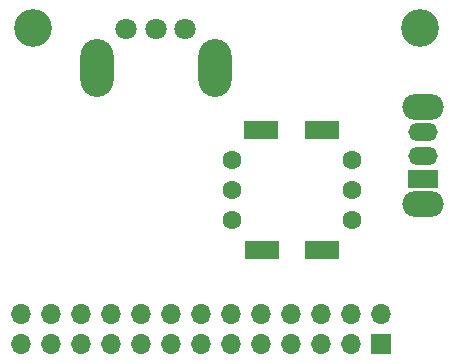
<source format=gbr>
G04 #@! TF.GenerationSoftware,KiCad,Pcbnew,(5.1.9)-1*
G04 #@! TF.CreationDate,2021-03-08T16:55:06+09:00*
G04 #@! TF.ProjectId,chassis,63686173-7369-4732-9e6b-696361645f70,rev?*
G04 #@! TF.SameCoordinates,Original*
G04 #@! TF.FileFunction,Soldermask,Bot*
G04 #@! TF.FilePolarity,Negative*
%FSLAX46Y46*%
G04 Gerber Fmt 4.6, Leading zero omitted, Abs format (unit mm)*
G04 Created by KiCad (PCBNEW (5.1.9)-1) date 2021-03-08 16:55:06*
%MOMM*%
%LPD*%
G01*
G04 APERTURE LIST*
%ADD10O,2.800000X4.900000*%
%ADD11C,1.800000*%
%ADD12R,3.000000X1.500000*%
%ADD13C,1.600000*%
%ADD14C,3.200000*%
%ADD15O,1.700000X1.700000*%
%ADD16R,1.700000X1.700000*%
%ADD17R,2.500000X1.500000*%
%ADD18O,2.500000X1.500000*%
%ADD19O,3.500000X2.200000*%
G04 APERTURE END LIST*
D10*
X40974000Y-40082000D03*
X50974000Y-40082000D03*
D11*
X43474000Y-36782000D03*
X45974000Y-36782000D03*
X48474000Y-36782000D03*
D12*
X60071000Y-45339000D03*
X54881000Y-45339000D03*
X54991000Y-55499000D03*
X60071000Y-55499000D03*
D13*
X62611000Y-52959000D03*
X62611000Y-50419000D03*
X62611000Y-47879000D03*
X52451000Y-47879000D03*
X52451000Y-52959000D03*
X52451000Y-50419000D03*
D14*
X35560000Y-36703000D03*
X68326000Y-36703000D03*
D15*
X34544000Y-60960000D03*
X34544000Y-63500000D03*
X37084000Y-60960000D03*
X37084000Y-63500000D03*
X39624000Y-60960000D03*
X39624000Y-63500000D03*
X42164000Y-60960000D03*
X42164000Y-63500000D03*
X44704000Y-60960000D03*
X44704000Y-63500000D03*
X47244000Y-60960000D03*
X47244000Y-63500000D03*
X49784000Y-60960000D03*
X49784000Y-63500000D03*
X52324000Y-60960000D03*
X52324000Y-63500000D03*
X54864000Y-60960000D03*
X54864000Y-63500000D03*
X57404000Y-60960000D03*
X57404000Y-63500000D03*
X59944000Y-60960000D03*
X59944000Y-63500000D03*
X62484000Y-60960000D03*
X62484000Y-63500000D03*
X65024000Y-60960000D03*
D16*
X65024000Y-63500000D03*
D17*
X68580000Y-49530000D03*
D18*
X68580000Y-47530000D03*
X68580000Y-45530000D03*
D19*
X68580000Y-51630000D03*
X68580000Y-43430000D03*
M02*

</source>
